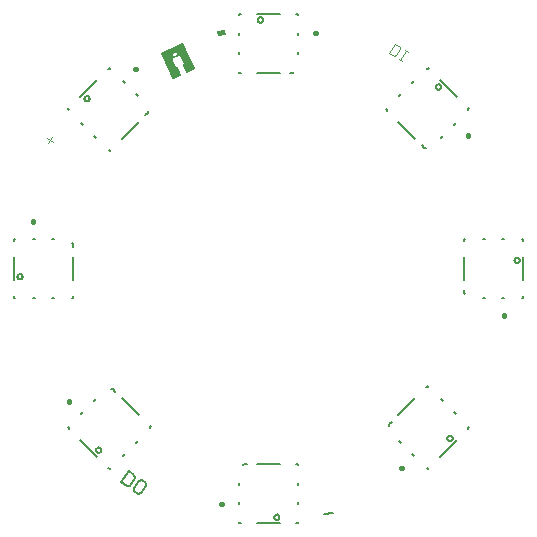
<source format=gto>
G75*
%MOIN*%
%OFA0B0*%
%FSLAX24Y24*%
%IPPOS*%
%LPD*%
%AMOC8*
5,1,8,0,0,1.08239X$1,22.5*
%
%ADD10C,0.0080*%
%ADD11C,0.0079*%
%ADD12C,0.0160*%
%ADD13C,0.0040*%
%ADD14C,0.0050*%
%ADD15R,0.0160X0.0280*%
%ADD16C,0.0010*%
D10*
X002626Y003232D02*
X003182Y002676D01*
X003150Y002898D02*
X003152Y002916D01*
X003158Y002934D01*
X003167Y002950D01*
X003179Y002963D01*
X003194Y002974D01*
X003211Y002982D01*
X003229Y002986D01*
X003247Y002986D01*
X003265Y002982D01*
X003282Y002974D01*
X003297Y002963D01*
X003309Y002950D01*
X003318Y002934D01*
X003324Y002916D01*
X003326Y002898D01*
X003324Y002880D01*
X003318Y002862D01*
X003309Y002846D01*
X003297Y002833D01*
X003282Y002822D01*
X003265Y002814D01*
X003247Y002810D01*
X003229Y002810D01*
X003211Y002814D01*
X003194Y002822D01*
X003179Y002833D01*
X003167Y002846D01*
X003158Y002862D01*
X003152Y002880D01*
X003150Y002898D01*
X004045Y002703D02*
X004101Y002759D01*
X004491Y003149D02*
X004547Y003205D01*
X004574Y004068D02*
X004018Y004624D01*
X003155Y004597D02*
X003099Y004541D01*
X002709Y004151D02*
X002653Y004095D01*
X001754Y007966D02*
X001676Y007966D01*
X001124Y007966D02*
X001046Y007966D01*
X000416Y008556D02*
X000416Y009344D01*
X001046Y009934D02*
X001124Y009934D01*
X001676Y009934D02*
X001754Y009934D01*
X002384Y009344D02*
X002384Y008556D01*
X000525Y008674D02*
X000527Y008692D01*
X000533Y008710D01*
X000542Y008726D01*
X000554Y008739D01*
X000569Y008750D01*
X000586Y008758D01*
X000604Y008762D01*
X000622Y008762D01*
X000640Y008758D01*
X000657Y008750D01*
X000672Y008739D01*
X000684Y008726D01*
X000693Y008710D01*
X000699Y008692D01*
X000701Y008674D01*
X000699Y008656D01*
X000693Y008638D01*
X000684Y008622D01*
X000672Y008609D01*
X000657Y008598D01*
X000640Y008590D01*
X000622Y008586D01*
X000604Y008586D01*
X000586Y008590D01*
X000569Y008598D01*
X000554Y008609D01*
X000542Y008622D01*
X000533Y008638D01*
X000527Y008656D01*
X000525Y008674D01*
X003155Y013303D02*
X003099Y013359D01*
X002709Y013749D02*
X002653Y013805D01*
X002760Y014612D02*
X002762Y014630D01*
X002768Y014648D01*
X002777Y014664D01*
X002789Y014677D01*
X002804Y014688D01*
X002821Y014696D01*
X002839Y014700D01*
X002857Y014700D01*
X002875Y014696D01*
X002892Y014688D01*
X002907Y014677D01*
X002919Y014664D01*
X002928Y014648D01*
X002934Y014630D01*
X002936Y014612D01*
X002934Y014594D01*
X002928Y014576D01*
X002919Y014560D01*
X002907Y014547D01*
X002892Y014536D01*
X002875Y014528D01*
X002857Y014524D01*
X002839Y014524D01*
X002821Y014528D01*
X002804Y014536D01*
X002789Y014547D01*
X002777Y014560D01*
X002768Y014576D01*
X002762Y014594D01*
X002760Y014612D01*
X002626Y014668D02*
X003182Y015224D01*
X004045Y015197D02*
X004101Y015141D01*
X004491Y014751D02*
X004547Y014695D01*
X004574Y013832D02*
X004018Y013276D01*
X007916Y016096D02*
X007916Y016174D01*
X007916Y016726D02*
X007916Y016804D01*
X008506Y017434D02*
X009294Y017434D01*
X009884Y016804D02*
X009884Y016726D01*
X009884Y016174D02*
X009884Y016096D01*
X009294Y015466D02*
X008506Y015466D01*
X008536Y017237D02*
X008538Y017255D01*
X008544Y017273D01*
X008553Y017289D01*
X008565Y017302D01*
X008580Y017313D01*
X008597Y017321D01*
X008615Y017325D01*
X008633Y017325D01*
X008651Y017321D01*
X008668Y017313D01*
X008683Y017302D01*
X008695Y017289D01*
X008704Y017273D01*
X008710Y017255D01*
X008712Y017237D01*
X008710Y017219D01*
X008704Y017201D01*
X008695Y017185D01*
X008683Y017172D01*
X008668Y017161D01*
X008651Y017153D01*
X008633Y017149D01*
X008615Y017149D01*
X008597Y017153D01*
X008580Y017161D01*
X008565Y017172D01*
X008553Y017185D01*
X008544Y017201D01*
X008538Y017219D01*
X008536Y017237D01*
X013253Y014695D02*
X013309Y014751D01*
X013699Y015141D02*
X013755Y015197D01*
X014474Y015002D02*
X014476Y015020D01*
X014482Y015038D01*
X014491Y015054D01*
X014503Y015067D01*
X014518Y015078D01*
X014535Y015086D01*
X014553Y015090D01*
X014571Y015090D01*
X014589Y015086D01*
X014606Y015078D01*
X014621Y015067D01*
X014633Y015054D01*
X014642Y015038D01*
X014648Y015020D01*
X014650Y015002D01*
X014648Y014984D01*
X014642Y014966D01*
X014633Y014950D01*
X014621Y014937D01*
X014606Y014926D01*
X014589Y014918D01*
X014571Y014914D01*
X014553Y014914D01*
X014535Y014918D01*
X014518Y014926D01*
X014503Y014937D01*
X014491Y014950D01*
X014482Y014966D01*
X014476Y014984D01*
X014474Y015002D01*
X014618Y015224D02*
X015174Y014668D01*
X015147Y013805D02*
X015091Y013749D01*
X014701Y013359D02*
X014645Y013303D01*
X013782Y013276D02*
X013226Y013832D01*
X016046Y009934D02*
X016124Y009934D01*
X016676Y009934D02*
X016754Y009934D01*
X017384Y009344D02*
X017384Y008556D01*
X016754Y007966D02*
X016676Y007966D01*
X016124Y007966D02*
X016046Y007966D01*
X015416Y008556D02*
X015416Y009344D01*
X017099Y009226D02*
X017101Y009244D01*
X017107Y009262D01*
X017116Y009278D01*
X017128Y009291D01*
X017143Y009302D01*
X017160Y009310D01*
X017178Y009314D01*
X017196Y009314D01*
X017214Y009310D01*
X017231Y009302D01*
X017246Y009291D01*
X017258Y009278D01*
X017267Y009262D01*
X017273Y009244D01*
X017275Y009226D01*
X017273Y009208D01*
X017267Y009190D01*
X017258Y009174D01*
X017246Y009161D01*
X017231Y009150D01*
X017214Y009142D01*
X017196Y009138D01*
X017178Y009138D01*
X017160Y009142D01*
X017143Y009150D01*
X017128Y009161D01*
X017116Y009174D01*
X017107Y009190D01*
X017101Y009208D01*
X017099Y009226D01*
X014645Y004597D02*
X014701Y004541D01*
X015091Y004151D02*
X015147Y004095D01*
X014864Y003288D02*
X014866Y003306D01*
X014872Y003324D01*
X014881Y003340D01*
X014893Y003353D01*
X014908Y003364D01*
X014925Y003372D01*
X014943Y003376D01*
X014961Y003376D01*
X014979Y003372D01*
X014996Y003364D01*
X015011Y003353D01*
X015023Y003340D01*
X015032Y003324D01*
X015038Y003306D01*
X015040Y003288D01*
X015038Y003270D01*
X015032Y003252D01*
X015023Y003236D01*
X015011Y003223D01*
X014996Y003212D01*
X014979Y003204D01*
X014961Y003200D01*
X014943Y003200D01*
X014925Y003204D01*
X014908Y003212D01*
X014893Y003223D01*
X014881Y003236D01*
X014872Y003252D01*
X014866Y003270D01*
X014864Y003288D01*
X015174Y003232D02*
X014618Y002676D01*
X013755Y002703D02*
X013699Y002759D01*
X013309Y003149D02*
X013253Y003205D01*
X013226Y004068D02*
X013782Y004624D01*
X009884Y001804D02*
X009884Y001726D01*
X009884Y001174D02*
X009884Y001096D01*
X009088Y000663D02*
X009090Y000681D01*
X009096Y000699D01*
X009105Y000715D01*
X009117Y000728D01*
X009132Y000739D01*
X009149Y000747D01*
X009167Y000751D01*
X009185Y000751D01*
X009203Y000747D01*
X009220Y000739D01*
X009235Y000728D01*
X009247Y000715D01*
X009256Y000699D01*
X009262Y000681D01*
X009264Y000663D01*
X009262Y000645D01*
X009256Y000627D01*
X009247Y000611D01*
X009235Y000598D01*
X009220Y000587D01*
X009203Y000579D01*
X009185Y000575D01*
X009167Y000575D01*
X009149Y000579D01*
X009132Y000587D01*
X009117Y000598D01*
X009105Y000611D01*
X009096Y000627D01*
X009090Y000645D01*
X009088Y000663D01*
X009294Y000466D02*
X008506Y000466D01*
X007916Y001096D02*
X007916Y001174D01*
X007916Y001726D02*
X007916Y001804D01*
X008506Y002434D02*
X009294Y002434D01*
D11*
X009806Y002434D02*
X009884Y002434D01*
X009884Y002395D01*
X008191Y002434D02*
X008073Y002434D01*
X008034Y002395D01*
X007916Y000505D02*
X007916Y000466D01*
X007994Y000466D01*
X009806Y000466D02*
X009884Y000466D01*
X009884Y000505D01*
X012919Y003706D02*
X012919Y003761D01*
X013003Y003845D01*
X014144Y004986D02*
X014200Y005042D01*
X014228Y005014D01*
X015564Y003678D02*
X015592Y003650D01*
X015536Y003594D01*
X014256Y002314D02*
X014200Y002258D01*
X014172Y002286D01*
X017345Y007966D02*
X017384Y007966D01*
X017384Y008044D01*
X017384Y009856D02*
X017384Y009934D01*
X017345Y009934D01*
X015455Y009934D02*
X015416Y009934D01*
X015416Y009856D01*
X015416Y008241D02*
X015416Y008123D01*
X015455Y008084D01*
X014144Y012969D02*
X014089Y012969D01*
X014005Y013053D01*
X012864Y014194D02*
X012808Y014250D01*
X012836Y014278D01*
X014172Y015614D02*
X014200Y015642D01*
X014256Y015586D01*
X015536Y014306D02*
X015592Y014250D01*
X015564Y014222D01*
X009884Y017395D02*
X009884Y017434D01*
X009806Y017434D01*
X007994Y017434D02*
X007916Y017434D01*
X007916Y017395D01*
X007916Y015505D02*
X007916Y015466D01*
X007994Y015466D01*
X009609Y015466D02*
X009727Y015466D01*
X009766Y015505D01*
X004881Y014194D02*
X004881Y014139D01*
X004797Y014055D01*
X003656Y012914D02*
X003600Y012858D01*
X003572Y012886D01*
X002236Y014222D02*
X002208Y014250D01*
X002264Y014306D01*
X003544Y015586D02*
X003600Y015642D01*
X003628Y015614D01*
X000455Y009934D02*
X000416Y009934D01*
X000416Y009856D01*
X000416Y008044D02*
X000416Y007966D01*
X000455Y007966D01*
X002345Y007966D02*
X002384Y007966D01*
X002384Y008044D01*
X002384Y009659D02*
X002384Y009777D01*
X002345Y009816D01*
X003656Y004931D02*
X003711Y004931D01*
X003795Y004847D01*
X004936Y003706D02*
X004992Y003650D01*
X004964Y003622D01*
X003628Y002286D02*
X003600Y002258D01*
X003544Y002314D01*
X002264Y003594D02*
X002208Y003650D01*
X002236Y003678D01*
D12*
X002257Y004500D02*
X002243Y004520D01*
X007328Y001102D02*
X007352Y001098D01*
X013330Y002293D02*
X013350Y002307D01*
X016748Y007378D02*
X016752Y007402D01*
X015557Y013380D02*
X015543Y013400D01*
X010472Y016798D02*
X010448Y016802D01*
X004470Y015607D02*
X004450Y015593D01*
X001052Y010522D02*
X001048Y010498D01*
D13*
X001555Y013128D02*
X001688Y013328D01*
X001521Y013294D02*
X001721Y013161D01*
X012928Y016146D02*
X013078Y016046D01*
X013161Y016062D01*
X013294Y016262D01*
X013278Y016345D01*
X013128Y016445D01*
X012928Y016146D01*
X013234Y015941D02*
X013334Y015875D01*
X013284Y015908D02*
X013484Y016208D01*
X013434Y016241D02*
X013534Y016174D01*
D14*
X004235Y002192D02*
X004422Y002067D01*
X004443Y001963D01*
X004276Y001713D01*
X004172Y001692D01*
X003985Y001817D01*
X004235Y002192D01*
X004576Y001874D02*
X004409Y001624D01*
X004430Y001520D01*
X004555Y001437D01*
X004659Y001457D01*
X004826Y001707D01*
X004805Y001811D01*
X004680Y001895D01*
X004576Y001874D01*
X010742Y000750D02*
X011036Y000809D01*
D15*
G36*
X007219Y016695D02*
X007188Y016851D01*
X007461Y016905D01*
X007492Y016749D01*
X007219Y016695D01*
G37*
D16*
X006233Y016002D02*
X005987Y016002D01*
X005991Y015993D02*
X006237Y015993D01*
X006241Y015985D02*
X005994Y015985D01*
X005998Y015976D02*
X006245Y015976D01*
X006248Y015968D02*
X006002Y015968D01*
X006006Y015959D02*
X006252Y015959D01*
X006256Y015951D02*
X006010Y015951D01*
X006014Y015942D02*
X006260Y015942D01*
X006264Y015934D02*
X006018Y015934D01*
X006022Y015925D02*
X006268Y015925D01*
X006272Y015917D02*
X006025Y015917D01*
X006029Y015908D02*
X006275Y015908D01*
X006279Y015900D02*
X006033Y015900D01*
X006037Y015891D02*
X006283Y015891D01*
X006287Y015883D02*
X006041Y015883D01*
X006045Y015874D02*
X006291Y015874D01*
X006295Y015866D02*
X006049Y015866D01*
X006053Y015857D02*
X006299Y015857D01*
X006303Y015849D02*
X006056Y015849D01*
X006060Y015840D02*
X006306Y015840D01*
X006310Y015832D02*
X006064Y015832D01*
X006068Y015823D02*
X006314Y015823D01*
X006318Y015815D02*
X006072Y015815D01*
X006076Y015806D02*
X006322Y015806D01*
X006326Y015798D02*
X006079Y015798D01*
X006080Y015798D02*
X005962Y016057D01*
X005902Y016073D01*
X005874Y016061D01*
X005825Y016168D01*
X005796Y016179D01*
X005681Y016127D01*
X005667Y016091D01*
X005705Y016008D01*
X005685Y015999D01*
X005694Y015979D01*
X005714Y015988D01*
X005872Y016060D01*
X005866Y016074D01*
X005684Y015992D01*
X005691Y015975D01*
X005664Y015919D01*
X005781Y015662D01*
X005837Y015659D01*
X005949Y015414D01*
X005700Y015300D01*
X005315Y016144D01*
X006021Y016466D01*
X006407Y015620D01*
X006158Y015506D01*
X006044Y015756D01*
X006080Y015798D01*
X006072Y015789D02*
X006330Y015789D01*
X006334Y015781D02*
X006065Y015781D01*
X006058Y015772D02*
X006337Y015772D01*
X006341Y015764D02*
X006051Y015764D01*
X006044Y015755D02*
X006345Y015755D01*
X006349Y015747D02*
X006048Y015747D01*
X006052Y015738D02*
X006353Y015738D01*
X006357Y015730D02*
X006056Y015730D01*
X006060Y015721D02*
X006361Y015721D01*
X006365Y015713D02*
X006063Y015713D01*
X006067Y015704D02*
X006368Y015704D01*
X006372Y015696D02*
X006071Y015696D01*
X006075Y015687D02*
X006376Y015687D01*
X006380Y015679D02*
X006079Y015679D01*
X006083Y015670D02*
X006384Y015670D01*
X006388Y015662D02*
X006087Y015662D01*
X006091Y015653D02*
X006392Y015653D01*
X006396Y015645D02*
X006094Y015645D01*
X006098Y015636D02*
X006399Y015636D01*
X006403Y015628D02*
X006102Y015628D01*
X006106Y015619D02*
X006406Y015619D01*
X006387Y015611D02*
X006110Y015611D01*
X006114Y015602D02*
X006368Y015602D01*
X006350Y015594D02*
X006118Y015594D01*
X006122Y015585D02*
X006331Y015585D01*
X006313Y015577D02*
X006125Y015577D01*
X006129Y015568D02*
X006294Y015568D01*
X006275Y015560D02*
X006133Y015560D01*
X006137Y015551D02*
X006257Y015551D01*
X006238Y015543D02*
X006141Y015543D01*
X006145Y015534D02*
X006219Y015534D01*
X006201Y015526D02*
X006149Y015526D01*
X006153Y015517D02*
X006182Y015517D01*
X006163Y015509D02*
X006156Y015509D01*
X005949Y015415D02*
X005647Y015415D01*
X005651Y015407D02*
X005935Y015407D01*
X005945Y015424D02*
X005644Y015424D01*
X005640Y015432D02*
X005941Y015432D01*
X005937Y015441D02*
X005636Y015441D01*
X005632Y015449D02*
X005933Y015449D01*
X005929Y015458D02*
X005628Y015458D01*
X005624Y015466D02*
X005925Y015466D01*
X005921Y015475D02*
X005620Y015475D01*
X005616Y015483D02*
X005918Y015483D01*
X005914Y015492D02*
X005613Y015492D01*
X005609Y015500D02*
X005910Y015500D01*
X005906Y015509D02*
X005605Y015509D01*
X005601Y015517D02*
X005902Y015517D01*
X005898Y015526D02*
X005597Y015526D01*
X005593Y015534D02*
X005894Y015534D01*
X005890Y015543D02*
X005589Y015543D01*
X005585Y015551D02*
X005887Y015551D01*
X005883Y015560D02*
X005582Y015560D01*
X005578Y015568D02*
X005879Y015568D01*
X005875Y015577D02*
X005574Y015577D01*
X005570Y015585D02*
X005871Y015585D01*
X005867Y015594D02*
X005566Y015594D01*
X005562Y015602D02*
X005863Y015602D01*
X005859Y015611D02*
X005558Y015611D01*
X005554Y015619D02*
X005856Y015619D01*
X005852Y015628D02*
X005551Y015628D01*
X005547Y015636D02*
X005848Y015636D01*
X005844Y015645D02*
X005543Y015645D01*
X005539Y015653D02*
X005840Y015653D01*
X005787Y015662D02*
X005535Y015662D01*
X005531Y015670D02*
X005777Y015670D01*
X005773Y015679D02*
X005527Y015679D01*
X005523Y015687D02*
X005770Y015687D01*
X005766Y015696D02*
X005520Y015696D01*
X005516Y015704D02*
X005762Y015704D01*
X005758Y015713D02*
X005512Y015713D01*
X005508Y015721D02*
X005754Y015721D01*
X005750Y015730D02*
X005504Y015730D01*
X005500Y015738D02*
X005746Y015738D01*
X005742Y015747D02*
X005496Y015747D01*
X005492Y015755D02*
X005739Y015755D01*
X005735Y015764D02*
X005489Y015764D01*
X005485Y015772D02*
X005731Y015772D01*
X005727Y015781D02*
X005481Y015781D01*
X005477Y015789D02*
X005723Y015789D01*
X005719Y015798D02*
X005473Y015798D01*
X005469Y015806D02*
X005715Y015806D01*
X005711Y015815D02*
X005465Y015815D01*
X005461Y015823D02*
X005708Y015823D01*
X005704Y015832D02*
X005458Y015832D01*
X005454Y015840D02*
X005700Y015840D01*
X005696Y015849D02*
X005450Y015849D01*
X005446Y015857D02*
X005692Y015857D01*
X005688Y015866D02*
X005442Y015866D01*
X005438Y015874D02*
X005684Y015874D01*
X005680Y015883D02*
X005434Y015883D01*
X005430Y015891D02*
X005677Y015891D01*
X005673Y015900D02*
X005427Y015900D01*
X005423Y015908D02*
X005669Y015908D01*
X005665Y015917D02*
X005419Y015917D01*
X005415Y015925D02*
X005667Y015925D01*
X005671Y015934D02*
X005411Y015934D01*
X005407Y015942D02*
X005675Y015942D01*
X005680Y015951D02*
X005403Y015951D01*
X005399Y015959D02*
X005684Y015959D01*
X005688Y015968D02*
X005396Y015968D01*
X005392Y015976D02*
X005691Y015976D01*
X005691Y015985D02*
X005708Y015985D01*
X005707Y016002D02*
X005745Y016002D01*
X005744Y016019D02*
X005783Y016019D01*
X005781Y016036D02*
X005820Y016036D01*
X005819Y016053D02*
X005857Y016053D01*
X005872Y016061D02*
X005837Y016061D01*
X005838Y016044D02*
X005800Y016044D01*
X005801Y016027D02*
X005763Y016027D01*
X005764Y016010D02*
X005725Y016010D01*
X005727Y015993D02*
X005688Y015993D01*
X005687Y015993D02*
X005384Y015993D01*
X005388Y015985D02*
X005687Y015985D01*
X005692Y016002D02*
X005380Y016002D01*
X005376Y016010D02*
X005704Y016010D01*
X005700Y016019D02*
X005372Y016019D01*
X005368Y016027D02*
X005696Y016027D01*
X005692Y016036D02*
X005365Y016036D01*
X005361Y016044D02*
X005688Y016044D01*
X005684Y016053D02*
X005357Y016053D01*
X005353Y016061D02*
X005680Y016061D01*
X005677Y016070D02*
X005349Y016070D01*
X005345Y016078D02*
X005673Y016078D01*
X005669Y016087D02*
X005341Y016087D01*
X005337Y016095D02*
X005668Y016095D01*
X005672Y016104D02*
X005334Y016104D01*
X005330Y016112D02*
X005676Y016112D01*
X005679Y016121D02*
X005326Y016121D01*
X005322Y016129D02*
X005687Y016129D01*
X005706Y016138D02*
X005318Y016138D01*
X005320Y016146D02*
X005725Y016146D01*
X005743Y016155D02*
X005338Y016155D01*
X005357Y016163D02*
X005762Y016163D01*
X005781Y016172D02*
X005376Y016172D01*
X005394Y016180D02*
X006152Y016180D01*
X006155Y016172D02*
X005815Y016172D01*
X005827Y016163D02*
X006159Y016163D01*
X006163Y016155D02*
X005831Y016155D01*
X005835Y016146D02*
X006167Y016146D01*
X006171Y016138D02*
X005839Y016138D01*
X005843Y016129D02*
X006175Y016129D01*
X006179Y016121D02*
X005847Y016121D01*
X005851Y016112D02*
X006183Y016112D01*
X006186Y016104D02*
X005855Y016104D01*
X005858Y016095D02*
X006190Y016095D01*
X006194Y016087D02*
X005862Y016087D01*
X005866Y016078D02*
X006198Y016078D01*
X006202Y016070D02*
X005913Y016070D01*
X005894Y016070D02*
X005870Y016070D01*
X005868Y016070D02*
X005856Y016070D01*
X005874Y016061D02*
X005876Y016061D01*
X005944Y016061D02*
X006206Y016061D01*
X006210Y016053D02*
X005963Y016053D01*
X005967Y016044D02*
X006214Y016044D01*
X006217Y016036D02*
X005971Y016036D01*
X005975Y016027D02*
X006221Y016027D01*
X006225Y016019D02*
X005979Y016019D01*
X005983Y016010D02*
X006229Y016010D01*
X006148Y016189D02*
X005413Y016189D01*
X005432Y016197D02*
X006144Y016197D01*
X006140Y016206D02*
X005450Y016206D01*
X005469Y016214D02*
X006136Y016214D01*
X006132Y016223D02*
X005487Y016223D01*
X005506Y016231D02*
X006128Y016231D01*
X006124Y016240D02*
X005525Y016240D01*
X005543Y016248D02*
X006121Y016248D01*
X006117Y016257D02*
X005562Y016257D01*
X005581Y016265D02*
X006113Y016265D01*
X006109Y016274D02*
X005599Y016274D01*
X005618Y016282D02*
X006105Y016282D01*
X006101Y016291D02*
X005637Y016291D01*
X005655Y016299D02*
X006097Y016299D01*
X006093Y016308D02*
X005674Y016308D01*
X005693Y016316D02*
X006090Y016316D01*
X006086Y016325D02*
X005711Y016325D01*
X005730Y016333D02*
X006082Y016333D01*
X006078Y016342D02*
X005749Y016342D01*
X005767Y016350D02*
X006074Y016350D01*
X006070Y016359D02*
X005786Y016359D01*
X005805Y016367D02*
X006066Y016367D01*
X006062Y016376D02*
X005823Y016376D01*
X005842Y016384D02*
X006059Y016384D01*
X006055Y016393D02*
X005861Y016393D01*
X005879Y016401D02*
X006051Y016401D01*
X006047Y016410D02*
X005898Y016410D01*
X005916Y016418D02*
X006043Y016418D01*
X006039Y016427D02*
X005935Y016427D01*
X005954Y016435D02*
X006035Y016435D01*
X006031Y016444D02*
X005972Y016444D01*
X005991Y016452D02*
X006028Y016452D01*
X006024Y016461D02*
X006010Y016461D01*
X005916Y015398D02*
X005655Y015398D01*
X005659Y015390D02*
X005897Y015390D01*
X005879Y015381D02*
X005663Y015381D01*
X005667Y015373D02*
X005860Y015373D01*
X005841Y015364D02*
X005671Y015364D01*
X005675Y015356D02*
X005823Y015356D01*
X005804Y015347D02*
X005678Y015347D01*
X005682Y015339D02*
X005785Y015339D01*
X005767Y015330D02*
X005686Y015330D01*
X005690Y015322D02*
X005748Y015322D01*
X005729Y015313D02*
X005694Y015313D01*
X005698Y015305D02*
X005711Y015305D01*
M02*

</source>
